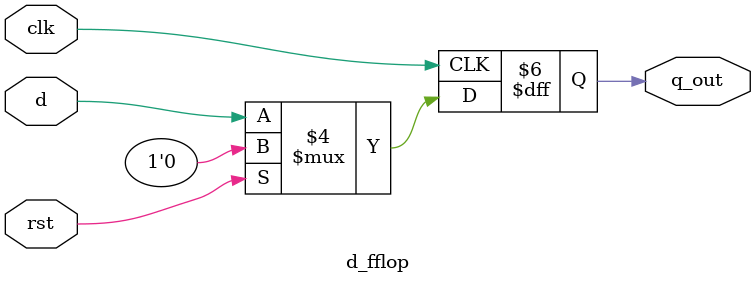
<source format=v>
/*--==========================================================================--*/
//--================================= VERILOG ==================================--
//--============================================================================--
//--                                                                            --
//-- FILE NAME: d_fflop.v                                                       --
//--                                                                            --
//-- DATE: 9/10/2012                                                            --
//--                                                                            --
//-- DESIGNER: Samir Silbak                                                     --
//--           silbak04@gmail.com                                               --
//--                                                                            --
//-- DESCRIPTION: d flip flop                                                   --
//--                                                                            --
//--============================================================================--
//--================================= VERILOG ==================================--
/*--===========================================================================--*/

module d_fflop (
    input clk, rst, d,
    output reg q_out = 0
);
    
    always @ (posedge clk) begin
        if(rst)
            q_out <= 0;
        else
            q_out <= d;
    end
endmodule

</source>
